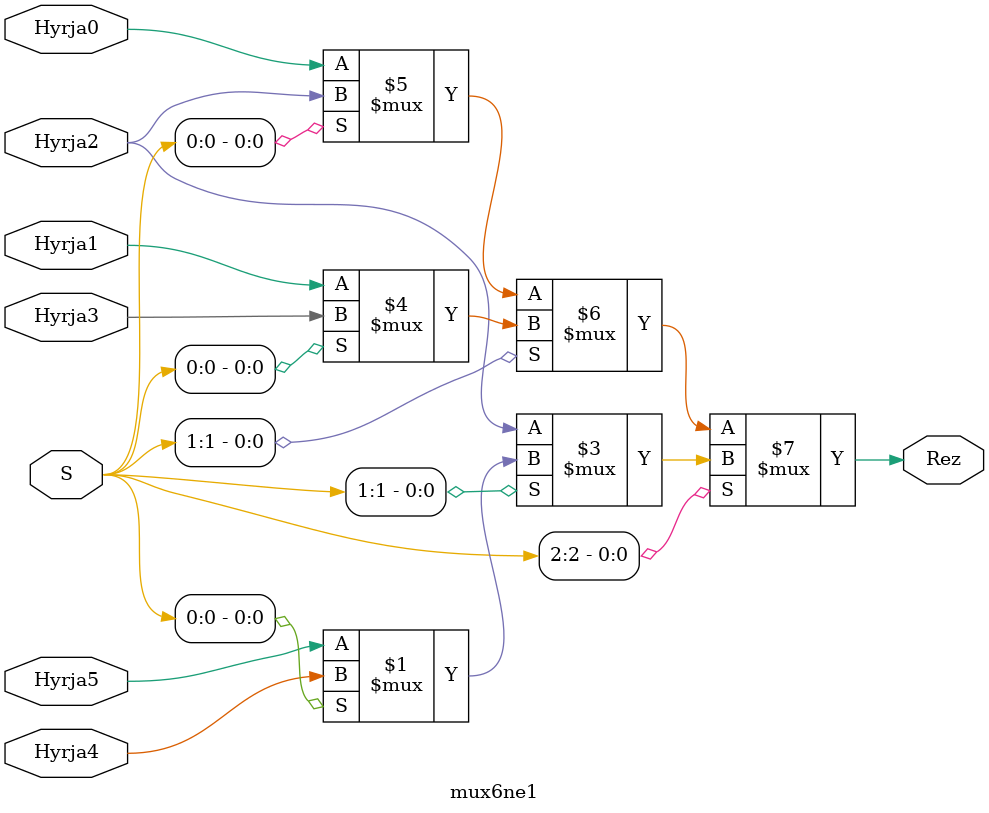
<source format=v>
`timescale 1ns / 1ps


module mux6ne1(
  input Hyrja0,
    input Hyrja1,
    input Hyrja2,
    input Hyrja3,
    input Hyrja4,
    input Hyrja5,
    input [2:0] S,
    output Rez
    );
    
assign Rez = S[2]?(S[1]?(S[0]?Hyrja4:Hyrja5):(S[0]?Hyrja2:Hyrja2)):(S[1]?(S[0]?Hyrja3:Hyrja1):
(S[0]?Hyrja2:Hyrja0));
    
endmodule

</source>
